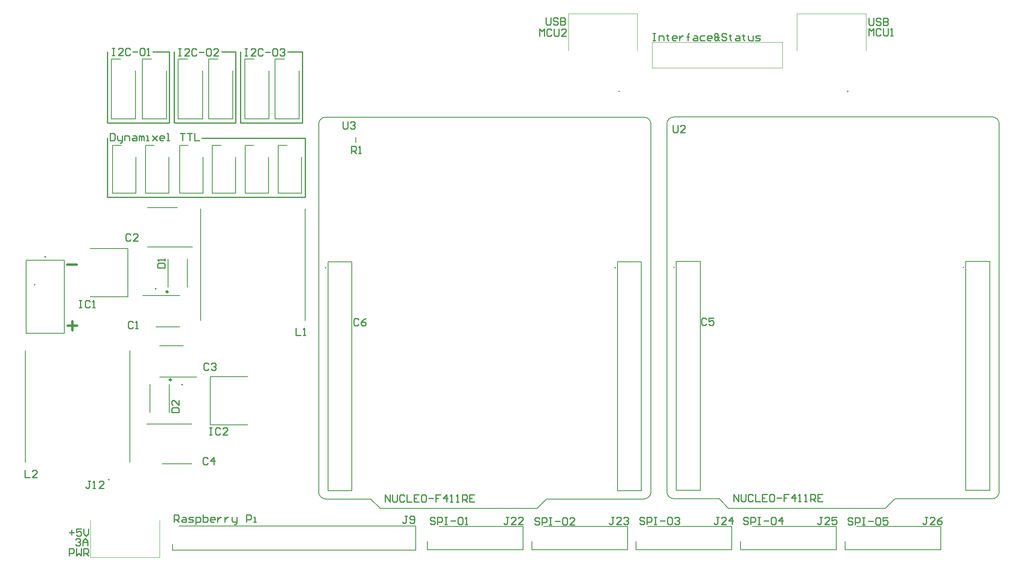
<source format=gto>
G04*
G04 #@! TF.GenerationSoftware,Altium Limited,Altium Designer,21.2.0 (30)*
G04*
G04 Layer_Color=65535*
%FSLAX44Y44*%
%MOMM*%
G71*
G04*
G04 #@! TF.SameCoordinates,3F68380A-C471-43A9-BBDE-A44CCE961C07*
G04*
G04*
G04 #@! TF.FilePolarity,Positive*
G04*
G01*
G75*
%ADD10C,0.2000*%
%ADD11C,0.1270*%
%ADD12C,0.4000*%
%ADD13C,0.1000*%
%ADD14C,0.2540*%
%ADD15C,0.5000*%
D10*
X1387000Y613100D02*
G03*
X1387000Y613100I-1000J0D01*
G01*
X1996600D02*
G03*
X1996600Y613100I-1000J0D01*
G01*
X295910Y568250D02*
G03*
X295910Y568250I-1260J0D01*
G01*
X62950Y635500D02*
G03*
X62950Y635500I-1000J0D01*
G01*
X40725Y576400D02*
G03*
X40725Y576400I-1000J0D01*
G01*
X1270600Y985400D02*
G03*
X1270600Y983400I0J-1000D01*
G01*
D02*
G03*
X1270600Y985400I0J1000D01*
G01*
X351610Y365750D02*
G03*
X351610Y365750I-1260J0D01*
G01*
X1263300Y612600D02*
G03*
X1263300Y612600I-1000J0D01*
G01*
X653700D02*
G03*
X653700Y612600I-1000J0D01*
G01*
X1752000Y983400D02*
G03*
X1752000Y985400I0J1000D01*
G01*
D02*
G03*
X1752000Y983400I0J-1000D01*
G01*
X195700Y164600D02*
G03*
X195700Y166600I0J1000D01*
G01*
D02*
G03*
X195700Y164600I0J-1000D01*
G01*
X235540Y551200D02*
Y652800D01*
X156700D02*
X235540D01*
X156700Y551200D02*
X235540D01*
X409460Y382800D02*
X488300D01*
X409460Y281200D02*
X488300D01*
X409460D02*
Y382800D01*
X716000Y876750D02*
Y887250D01*
X1306500Y18000D02*
Y36000D01*
Y18000D02*
X1508000D01*
Y67000D01*
X1331000D02*
X1508000D01*
X891000D02*
X1068000D01*
Y18000D02*
Y67000D01*
X866500Y18000D02*
X1068000D01*
X866500D02*
Y36000D01*
X1771000Y67000D02*
X1948000D01*
Y18000D02*
Y67000D01*
X1746500Y18000D02*
X1948000D01*
X1746500D02*
Y36000D01*
X1551000Y67000D02*
X1728000D01*
Y18000D02*
Y67000D01*
X1526500Y18000D02*
X1728000D01*
X1526500D02*
Y36000D01*
X1111000Y67000D02*
X1288000D01*
Y18000D02*
Y67000D01*
X1086500Y18000D02*
X1288000D01*
X1086500D02*
Y36000D01*
X597000Y926000D02*
Y1028000D01*
X546000Y926000D02*
X597000D01*
X546000D02*
Y1052500D01*
X566000D01*
X329900Y17200D02*
Y30000D01*
Y17200D02*
X841900D01*
Y68200D01*
X344600D02*
X841900D01*
X252000Y926000D02*
Y1028000D01*
X201000Y926000D02*
X252000D01*
X201000D02*
Y1052500D01*
X221000D01*
X253000Y769500D02*
Y846000D01*
X204000Y769500D02*
X253000D01*
X204000D02*
Y870500D01*
X222000D01*
X317000Y926000D02*
Y1028000D01*
X266000Y926000D02*
X317000D01*
X266000D02*
Y1052500D01*
X286000D01*
X322000Y769500D02*
Y846000D01*
X273000Y769500D02*
X322000D01*
X273000D02*
Y870500D01*
X291000D01*
X393000Y926000D02*
Y1028000D01*
X342000Y926000D02*
X393000D01*
X342000D02*
Y1052500D01*
X362000D01*
X394000Y769500D02*
Y846000D01*
X345000Y769500D02*
X394000D01*
X345000D02*
Y870500D01*
X363000D01*
X463000Y769500D02*
Y846000D01*
X414000Y769500D02*
X463000D01*
X414000D02*
Y870500D01*
X432000D01*
X532000Y769500D02*
Y846000D01*
X483000Y769500D02*
X532000D01*
X483000D02*
Y870500D01*
X501000D01*
X457000Y926000D02*
Y1028000D01*
X406000Y926000D02*
X457000D01*
X406000D02*
Y1052500D01*
X426000D01*
X533000Y926000D02*
Y1028000D01*
X482000Y926000D02*
X533000D01*
X482000D02*
Y1052500D01*
X502000D01*
X553000Y870500D02*
X571000D01*
X553000Y769500D02*
Y870500D01*
Y769500D02*
X602000D01*
Y846000D01*
X240000Y202500D02*
Y437500D01*
X20000Y202500D02*
Y437500D01*
X282550Y307340D02*
Y366960D01*
X323050Y307340D02*
Y366960D01*
X308250Y199500D02*
X370500D01*
X275750Y282500D02*
X370500D01*
X303000Y448000D02*
X352500D01*
X303000Y382000D02*
X380750D01*
X295500Y488000D02*
X345000D01*
X267250Y554000D02*
X345000D01*
X320750Y571220D02*
Y630840D01*
X361250Y571220D02*
Y630840D01*
X609000Y501500D02*
Y736500D01*
X389000Y501500D02*
Y736500D01*
X277500Y656500D02*
X372250D01*
X277500Y739500D02*
X339750D01*
D11*
X1386000Y930500D02*
G03*
X1371000Y915500I0J-15000D01*
G01*
X2071000D02*
G03*
X2056000Y930500I-15000J0D01*
G01*
Y125500D02*
G03*
X2071000Y140500I0J15000D01*
G01*
X1371000D02*
G03*
X1386000Y125500I15000J0D01*
G01*
X637700Y140000D02*
G03*
X652700Y125000I15000J0D01*
G01*
X1322700D02*
G03*
X1337700Y140000I0J15000D01*
G01*
Y915000D02*
G03*
X1322700Y930000I-15000J0D01*
G01*
X652700D02*
G03*
X637700Y915000I0J-15000D01*
G01*
X1371000Y140500D02*
Y915500D01*
X1386000Y930500D02*
X2056000D01*
X2071000Y140500D02*
Y915500D01*
X1851000Y125500D02*
X2056000D01*
X1831000Y105500D02*
X1851000Y125500D01*
X1501000Y105500D02*
X1831000D01*
X1481000Y125500D02*
X1501000Y105500D01*
X1386000Y125500D02*
X1481000D01*
X2000800Y143200D02*
Y625800D01*
Y143200D02*
X2050800D01*
Y625800D01*
X2000800D02*
X2050800D01*
X1391200Y143200D02*
Y625800D01*
Y143200D02*
X1441200D01*
Y625800D01*
X1391200D02*
X1441200D01*
X21950Y628000D02*
X101950D01*
X21950Y474000D02*
Y628000D01*
Y474000D02*
X101950D01*
Y628000D01*
X657900Y625300D02*
X707900D01*
Y142700D02*
Y625300D01*
X657900Y142700D02*
X707900D01*
X657900D02*
Y625300D01*
X1267500D02*
X1317500D01*
Y142700D02*
Y625300D01*
X1267500Y142700D02*
X1317500D01*
X1267500D02*
Y625300D01*
X652700Y125000D02*
X747700D01*
X767700Y105000D01*
X1097700D01*
X1117700Y125000D01*
X1322700D01*
X1337700Y140000D02*
Y915000D01*
X652700Y930000D02*
X1322700D01*
X637700Y140000D02*
Y915000D01*
D12*
X326946Y376350D02*
G03*
X326946Y376350I-1636J0D01*
G01*
X320126Y561830D02*
G03*
X320126Y561830I-1636J0D01*
G01*
D13*
X1308800Y1070400D02*
Y1147800D01*
X1163800D02*
X1308800D01*
X1163800Y1070400D02*
Y1147800D01*
X1340000Y1033500D02*
Y1088500D01*
Y1033500D02*
X1614000D01*
Y1088500D01*
X1340000D02*
X1614000D01*
X1645200Y1070400D02*
Y1147800D01*
X1790200D01*
Y1070400D02*
Y1147800D01*
X157500Y2200D02*
Y79600D01*
Y2200D02*
X302500D01*
Y79600D01*
D14*
X193000Y918000D02*
Y1068000D01*
Y761000D02*
Y886000D01*
Y918000D02*
X323000D01*
X288000Y1068000D02*
X323000D01*
Y918000D02*
Y1068000D01*
X333000Y918000D02*
Y1068000D01*
X572000D02*
X603000D01*
Y918000D02*
Y1068000D01*
X433000D02*
X463000D01*
Y918000D02*
Y1068000D01*
X473000Y918000D02*
Y1068000D01*
X193000Y761000D02*
X609000D01*
X333000Y918000D02*
X463000D01*
X392000Y886000D02*
X609000D01*
X473000Y918000D02*
X603000D01*
X609000Y761000D02*
Y886000D01*
X1511450Y119220D02*
Y134455D01*
X1521607Y119220D01*
Y134455D01*
X1526685D02*
Y121759D01*
X1529224Y119220D01*
X1534303D01*
X1536842Y121759D01*
Y134455D01*
X1552077Y131916D02*
X1549538Y134455D01*
X1544459D01*
X1541920Y131916D01*
Y121759D01*
X1544459Y119220D01*
X1549538D01*
X1552077Y121759D01*
X1557155Y134455D02*
Y119220D01*
X1567312D01*
X1582547Y134455D02*
X1572390D01*
Y119220D01*
X1582547D01*
X1572390Y126838D02*
X1577469D01*
X1595243Y134455D02*
X1590165D01*
X1587625Y131916D01*
Y121759D01*
X1590165Y119220D01*
X1595243D01*
X1597782Y121759D01*
Y131916D01*
X1595243Y134455D01*
X1602860Y126838D02*
X1613017D01*
X1628252Y134455D02*
X1618096D01*
Y126838D01*
X1623174D01*
X1618096D01*
Y119220D01*
X1640948D02*
Y134455D01*
X1633331Y126838D01*
X1643487D01*
X1648566Y119220D02*
X1653644D01*
X1651105D01*
Y134455D01*
X1648566Y131916D01*
X1661261Y119220D02*
X1666340D01*
X1663801D01*
Y134455D01*
X1661261Y131916D01*
X1673957Y119220D02*
Y134455D01*
X1681575D01*
X1684114Y131916D01*
Y126838D01*
X1681575Y124298D01*
X1673957D01*
X1679036D02*
X1684114Y119220D01*
X1699349Y134455D02*
X1689193D01*
Y119220D01*
X1699349D01*
X1689193Y126838D02*
X1694271D01*
X1796540Y1138775D02*
Y1126079D01*
X1799079Y1123540D01*
X1804158D01*
X1806697Y1126079D01*
Y1138775D01*
X1821932Y1136236D02*
X1819393Y1138775D01*
X1814314D01*
X1811775Y1136236D01*
Y1133697D01*
X1814314Y1131158D01*
X1819393D01*
X1821932Y1128618D01*
Y1126079D01*
X1819393Y1123540D01*
X1814314D01*
X1811775Y1126079D01*
X1827010Y1138775D02*
Y1123540D01*
X1834628D01*
X1837167Y1126079D01*
Y1128618D01*
X1834628Y1131158D01*
X1827010D01*
X1834628D01*
X1837167Y1133697D01*
Y1136236D01*
X1834628Y1138775D01*
X1827010D01*
X1796540Y1101540D02*
Y1116775D01*
X1801618Y1111697D01*
X1806697Y1116775D01*
Y1101540D01*
X1821932Y1114236D02*
X1819393Y1116775D01*
X1814314D01*
X1811775Y1114236D01*
Y1104079D01*
X1814314Y1101540D01*
X1819393D01*
X1821932Y1104079D01*
X1827010Y1116775D02*
Y1104079D01*
X1829549Y1101540D01*
X1834628D01*
X1837167Y1104079D01*
Y1116775D01*
X1842245Y1101540D02*
X1847324D01*
X1844784D01*
Y1116775D01*
X1842245Y1114236D01*
X1102540Y1100540D02*
Y1115775D01*
X1107618Y1110697D01*
X1112697Y1115775D01*
Y1100540D01*
X1127932Y1113236D02*
X1125393Y1115775D01*
X1120314D01*
X1117775Y1113236D01*
Y1103079D01*
X1120314Y1100540D01*
X1125393D01*
X1127932Y1103079D01*
X1133010Y1115775D02*
Y1103079D01*
X1135549Y1100540D01*
X1140628D01*
X1143167Y1103079D01*
Y1115775D01*
X1158402Y1100540D02*
X1148245D01*
X1158402Y1110697D01*
Y1113236D01*
X1155863Y1115775D01*
X1150784D01*
X1148245Y1113236D01*
X1116540Y1139775D02*
Y1127079D01*
X1119079Y1124540D01*
X1124157D01*
X1126697Y1127079D01*
Y1139775D01*
X1141932Y1137236D02*
X1139393Y1139775D01*
X1134314D01*
X1131775Y1137236D01*
Y1134697D01*
X1134314Y1132158D01*
X1139393D01*
X1141932Y1129618D01*
Y1127079D01*
X1139393Y1124540D01*
X1134314D01*
X1131775Y1127079D01*
X1147010Y1139775D02*
Y1124540D01*
X1154628D01*
X1157167Y1127079D01*
Y1129618D01*
X1154628Y1132158D01*
X1147010D01*
X1154628D01*
X1157167Y1134697D01*
Y1137236D01*
X1154628Y1139775D01*
X1147010D01*
X778151Y118720D02*
Y133955D01*
X788308Y118720D01*
Y133955D01*
X793386D02*
Y121259D01*
X795925Y118720D01*
X801003D01*
X803543Y121259D01*
Y133955D01*
X818778Y131416D02*
X816239Y133955D01*
X811160D01*
X808621Y131416D01*
Y121259D01*
X811160Y118720D01*
X816239D01*
X818778Y121259D01*
X823856Y133955D02*
Y118720D01*
X834013D01*
X849248Y133955D02*
X839091D01*
Y118720D01*
X849248D01*
X839091Y126337D02*
X844170D01*
X861944Y133955D02*
X856865D01*
X854326Y131416D01*
Y121259D01*
X856865Y118720D01*
X861944D01*
X864483Y121259D01*
Y131416D01*
X861944Y133955D01*
X869561Y126337D02*
X879718D01*
X894953Y133955D02*
X884796D01*
Y126337D01*
X889875D01*
X884796D01*
Y118720D01*
X907649D02*
Y133955D01*
X900032Y126337D01*
X910188D01*
X915267Y118720D02*
X920345D01*
X917806D01*
Y133955D01*
X915267Y131416D01*
X927962Y118720D02*
X933041D01*
X930502D01*
Y133955D01*
X927962Y131416D01*
X940658Y118720D02*
Y133955D01*
X948276D01*
X950815Y131416D01*
Y126337D01*
X948276Y123798D01*
X940658D01*
X945737D02*
X950815Y118720D01*
X966050Y133955D02*
X955893D01*
Y118720D01*
X966050D01*
X955893Y126337D02*
X960972D01*
X1762697Y83236D02*
X1760157Y85775D01*
X1755079D01*
X1752540Y83236D01*
Y80697D01*
X1755079Y78158D01*
X1760157D01*
X1762697Y75618D01*
Y73079D01*
X1760157Y70540D01*
X1755079D01*
X1752540Y73079D01*
X1767775Y70540D02*
Y85775D01*
X1775393D01*
X1777932Y83236D01*
Y78158D01*
X1775393Y75618D01*
X1767775D01*
X1783010Y85775D02*
X1788089D01*
X1785549D01*
Y70540D01*
X1783010D01*
X1788089D01*
X1795706Y78158D02*
X1805863D01*
X1810941Y83236D02*
X1813480Y85775D01*
X1818559D01*
X1821098Y83236D01*
Y73079D01*
X1818559Y70540D01*
X1813480D01*
X1810941Y73079D01*
Y83236D01*
X1836333Y85775D02*
X1826176D01*
Y78158D01*
X1831254Y80697D01*
X1833794D01*
X1836333Y78158D01*
Y73079D01*
X1833794Y70540D01*
X1828715D01*
X1826176Y73079D01*
X1542697Y84236D02*
X1540157Y86775D01*
X1535079D01*
X1532540Y84236D01*
Y81697D01*
X1535079Y79158D01*
X1540157D01*
X1542697Y76618D01*
Y74079D01*
X1540157Y71540D01*
X1535079D01*
X1532540Y74079D01*
X1547775Y71540D02*
Y86775D01*
X1555393D01*
X1557932Y84236D01*
Y79158D01*
X1555393Y76618D01*
X1547775D01*
X1563010Y86775D02*
X1568089D01*
X1565549D01*
Y71540D01*
X1563010D01*
X1568089D01*
X1575706Y79158D02*
X1585863D01*
X1590941Y84236D02*
X1593480Y86775D01*
X1598559D01*
X1601098Y84236D01*
Y74079D01*
X1598559Y71540D01*
X1593480D01*
X1590941Y74079D01*
Y84236D01*
X1613794Y71540D02*
Y86775D01*
X1606176Y79158D01*
X1616333D01*
X1323697Y84236D02*
X1321158Y86775D01*
X1316079D01*
X1313540Y84236D01*
Y81697D01*
X1316079Y79158D01*
X1321158D01*
X1323697Y76618D01*
Y74079D01*
X1321158Y71540D01*
X1316079D01*
X1313540Y74079D01*
X1328775Y71540D02*
Y86775D01*
X1336393D01*
X1338932Y84236D01*
Y79158D01*
X1336393Y76618D01*
X1328775D01*
X1344010Y86775D02*
X1349088D01*
X1346549D01*
Y71540D01*
X1344010D01*
X1349088D01*
X1356706Y79158D02*
X1366863D01*
X1371941Y84236D02*
X1374480Y86775D01*
X1379559D01*
X1382098Y84236D01*
Y74079D01*
X1379559Y71540D01*
X1374480D01*
X1371941Y74079D01*
Y84236D01*
X1387176D02*
X1389715Y86775D01*
X1394794D01*
X1397333Y84236D01*
Y81697D01*
X1394794Y79158D01*
X1392254D01*
X1394794D01*
X1397333Y76618D01*
Y74079D01*
X1394794Y71540D01*
X1389715D01*
X1387176Y74079D01*
X1102697Y83236D02*
X1100157Y85775D01*
X1095079D01*
X1092540Y83236D01*
Y80697D01*
X1095079Y78158D01*
X1100157D01*
X1102697Y75618D01*
Y73079D01*
X1100157Y70540D01*
X1095079D01*
X1092540Y73079D01*
X1107775Y70540D02*
Y85775D01*
X1115393D01*
X1117932Y83236D01*
Y78158D01*
X1115393Y75618D01*
X1107775D01*
X1123010Y85775D02*
X1128089D01*
X1125549D01*
Y70540D01*
X1123010D01*
X1128089D01*
X1135706Y78158D02*
X1145863D01*
X1150941Y83236D02*
X1153480Y85775D01*
X1158559D01*
X1161098Y83236D01*
Y73079D01*
X1158559Y70540D01*
X1153480D01*
X1150941Y73079D01*
Y83236D01*
X1176333Y70540D02*
X1166176D01*
X1176333Y80697D01*
Y83236D01*
X1173794Y85775D01*
X1168715D01*
X1166176Y83236D01*
X882697Y84236D02*
X880157Y86775D01*
X875079D01*
X872540Y84236D01*
Y81697D01*
X875079Y79158D01*
X880157D01*
X882697Y76618D01*
Y74079D01*
X880157Y71540D01*
X875079D01*
X872540Y74079D01*
X887775Y71540D02*
Y86775D01*
X895393D01*
X897932Y84236D01*
Y79158D01*
X895393Y76618D01*
X887775D01*
X903010Y86775D02*
X908089D01*
X905549D01*
Y71540D01*
X903010D01*
X908089D01*
X915706Y79158D02*
X925863D01*
X930941Y84236D02*
X933480Y86775D01*
X938559D01*
X941098Y84236D01*
Y74079D01*
X938559Y71540D01*
X933480D01*
X930941Y74079D01*
Y84236D01*
X946176Y71540D02*
X951255D01*
X948715D01*
Y86775D01*
X946176Y84236D01*
X1341540Y1106775D02*
X1346618D01*
X1344079D01*
Y1091540D01*
X1341540D01*
X1346618D01*
X1354236D02*
Y1101697D01*
X1361853D01*
X1364393Y1099157D01*
Y1091540D01*
X1372010Y1104236D02*
Y1101697D01*
X1369471D01*
X1374549D01*
X1372010D01*
Y1094079D01*
X1374549Y1091540D01*
X1389784D02*
X1384706D01*
X1382167Y1094079D01*
Y1099157D01*
X1384706Y1101697D01*
X1389784D01*
X1392324Y1099157D01*
Y1096618D01*
X1382167D01*
X1397402Y1101697D02*
Y1091540D01*
Y1096618D01*
X1399941Y1099157D01*
X1402480Y1101697D01*
X1405019D01*
X1415176Y1091540D02*
Y1104236D01*
Y1099157D01*
X1412637D01*
X1417715D01*
X1415176D01*
Y1104236D01*
X1417715Y1106775D01*
X1427872Y1101697D02*
X1432950D01*
X1435490Y1099157D01*
Y1091540D01*
X1427872D01*
X1425333Y1094079D01*
X1427872Y1096618D01*
X1435490D01*
X1450725Y1101697D02*
X1443107D01*
X1440568Y1099157D01*
Y1094079D01*
X1443107Y1091540D01*
X1450725D01*
X1463421D02*
X1458342D01*
X1455803Y1094079D01*
Y1099157D01*
X1458342Y1101697D01*
X1463421D01*
X1465960Y1099157D01*
Y1096618D01*
X1455803D01*
X1481195Y1091540D02*
X1478656Y1094079D01*
X1476116Y1091540D01*
X1473577D01*
X1471038Y1094079D01*
Y1096618D01*
X1473577Y1099157D01*
X1471038Y1101697D01*
Y1104236D01*
X1473577Y1106775D01*
X1476116D01*
X1478656Y1104236D01*
Y1101697D01*
X1476116Y1099157D01*
X1478656Y1096618D01*
Y1094079D01*
X1481195Y1099157D02*
X1478656Y1096618D01*
X1473577Y1099157D02*
X1476116D01*
X1496430Y1104236D02*
X1493891Y1106775D01*
X1488812D01*
X1486273Y1104236D01*
Y1101697D01*
X1488812Y1099157D01*
X1493891D01*
X1496430Y1096618D01*
Y1094079D01*
X1493891Y1091540D01*
X1488812D01*
X1486273Y1094079D01*
X1504047Y1104236D02*
Y1101697D01*
X1501508D01*
X1506587D01*
X1504047D01*
Y1094079D01*
X1506587Y1091540D01*
X1516743Y1101697D02*
X1521822D01*
X1524361Y1099157D01*
Y1091540D01*
X1516743D01*
X1514204Y1094079D01*
X1516743Y1096618D01*
X1524361D01*
X1531978Y1104236D02*
Y1101697D01*
X1529439D01*
X1534518D01*
X1531978D01*
Y1094079D01*
X1534518Y1091540D01*
X1542135Y1101697D02*
Y1094079D01*
X1544674Y1091540D01*
X1552292D01*
Y1101697D01*
X1557370Y1091540D02*
X1564988D01*
X1567527Y1094079D01*
X1564988Y1096618D01*
X1559909D01*
X1557370Y1099157D01*
X1559909Y1101697D01*
X1567527D01*
X202540Y1075775D02*
X207618D01*
X205079D01*
Y1060540D01*
X202540D01*
X207618D01*
X225393D02*
X215236D01*
X225393Y1070697D01*
Y1073236D01*
X222853Y1075775D01*
X217775D01*
X215236Y1073236D01*
X240628D02*
X238088Y1075775D01*
X233010D01*
X230471Y1073236D01*
Y1063079D01*
X233010Y1060540D01*
X238088D01*
X240628Y1063079D01*
X245706Y1068158D02*
X255863D01*
X260941Y1073236D02*
X263480Y1075775D01*
X268559D01*
X271098Y1073236D01*
Y1063079D01*
X268559Y1060540D01*
X263480D01*
X260941Y1063079D01*
Y1073236D01*
X276176Y1060540D02*
X281255D01*
X278715D01*
Y1075775D01*
X276176Y1073236D01*
X198540Y895853D02*
Y880618D01*
X206157D01*
X208697Y883158D01*
Y893314D01*
X206157Y895853D01*
X198540D01*
X213775Y890775D02*
Y883158D01*
X216314Y880618D01*
X223932D01*
Y878079D01*
X221393Y875540D01*
X218853D01*
X223932Y880618D02*
Y890775D01*
X229010Y880618D02*
Y890775D01*
X236628D01*
X239167Y888236D01*
Y880618D01*
X246784Y890775D02*
X251863D01*
X254402Y888236D01*
Y880618D01*
X246784D01*
X244245Y883158D01*
X246784Y885697D01*
X254402D01*
X259480Y880618D02*
Y890775D01*
X262020D01*
X264559Y888236D01*
Y880618D01*
Y888236D01*
X267098Y890775D01*
X269637Y888236D01*
Y880618D01*
X274715D02*
X279794D01*
X277255D01*
Y890775D01*
X274715D01*
X287411D02*
X297568Y880618D01*
X292490Y885697D01*
X297568Y890775D01*
X287411Y880618D01*
X310264D02*
X305186D01*
X302646Y883158D01*
Y888236D01*
X305186Y890775D01*
X310264D01*
X312803Y888236D01*
Y885697D01*
X302646D01*
X317881Y880618D02*
X322960D01*
X320421D01*
Y895853D01*
X317881D01*
X345812D02*
X355969D01*
X350891D01*
Y880618D01*
X361047Y895853D02*
X371204D01*
X366126D01*
Y880618D01*
X376283Y895853D02*
Y880618D01*
X386439D01*
X342540Y1074775D02*
X347618D01*
X345079D01*
Y1059540D01*
X342540D01*
X347618D01*
X365393D02*
X355236D01*
X365393Y1069697D01*
Y1072236D01*
X362853Y1074775D01*
X357775D01*
X355236Y1072236D01*
X380628D02*
X378088Y1074775D01*
X373010D01*
X370471Y1072236D01*
Y1062079D01*
X373010Y1059540D01*
X378088D01*
X380628Y1062079D01*
X385706Y1067158D02*
X395863D01*
X400941Y1072236D02*
X403480Y1074775D01*
X408559D01*
X411098Y1072236D01*
Y1062079D01*
X408559Y1059540D01*
X403480D01*
X400941Y1062079D01*
Y1072236D01*
X426333Y1059540D02*
X416176D01*
X426333Y1069697D01*
Y1072236D01*
X423794Y1074775D01*
X418715D01*
X416176Y1072236D01*
X482540Y1074775D02*
X487618D01*
X485079D01*
Y1059540D01*
X482540D01*
X487618D01*
X505393D02*
X495236D01*
X505393Y1069697D01*
Y1072236D01*
X502853Y1074775D01*
X497775D01*
X495236Y1072236D01*
X520628D02*
X518088Y1074775D01*
X513010D01*
X510471Y1072236D01*
Y1062079D01*
X513010Y1059540D01*
X518088D01*
X520628Y1062079D01*
X525706Y1067158D02*
X535863D01*
X540941Y1072236D02*
X543480Y1074775D01*
X548559D01*
X551098Y1072236D01*
Y1062079D01*
X548559Y1059540D01*
X543480D01*
X540941Y1062079D01*
Y1072236D01*
X556176D02*
X558715Y1074775D01*
X563794D01*
X566333Y1072236D01*
Y1069697D01*
X563794Y1067158D01*
X561255D01*
X563794D01*
X566333Y1064618D01*
Y1062079D01*
X563794Y1059540D01*
X558715D01*
X556176Y1062079D01*
X333540Y76618D02*
Y91853D01*
X341157D01*
X343697Y89314D01*
Y84236D01*
X341157Y81697D01*
X333540D01*
X338618D02*
X343697Y76618D01*
X351314Y86775D02*
X356393D01*
X358932Y84236D01*
Y76618D01*
X351314D01*
X348775Y79158D01*
X351314Y81697D01*
X358932D01*
X364010Y76618D02*
X371628D01*
X374167Y79158D01*
X371628Y81697D01*
X366549D01*
X364010Y84236D01*
X366549Y86775D01*
X374167D01*
X379245Y71540D02*
Y86775D01*
X386863D01*
X389402Y84236D01*
Y79158D01*
X386863Y76618D01*
X379245D01*
X394480Y91853D02*
Y76618D01*
X402098D01*
X404637Y79158D01*
Y81697D01*
Y84236D01*
X402098Y86775D01*
X394480D01*
X417333Y76618D02*
X412254D01*
X409715Y79158D01*
Y84236D01*
X412254Y86775D01*
X417333D01*
X419872Y84236D01*
Y81697D01*
X409715D01*
X424950Y86775D02*
Y76618D01*
Y81697D01*
X427490Y84236D01*
X430029Y86775D01*
X432568D01*
X440186D02*
Y76618D01*
Y81697D01*
X442725Y84236D01*
X445264Y86775D01*
X447803D01*
X455421D02*
Y79158D01*
X457960Y76618D01*
X465577D01*
Y74079D01*
X463038Y71540D01*
X460499D01*
X465577Y76618D02*
Y86775D01*
X485891Y76618D02*
Y91853D01*
X493508D01*
X496047Y89314D01*
Y84236D01*
X493508Y81697D01*
X485891D01*
X501126Y76618D02*
X506204D01*
X503665D01*
Y86775D01*
X501126D01*
X112540Y5540D02*
Y20775D01*
X120157D01*
X122697Y18236D01*
Y13158D01*
X120157Y10618D01*
X112540D01*
X127775Y20775D02*
Y5540D01*
X132853Y10618D01*
X137932Y5540D01*
Y20775D01*
X143010Y5540D02*
Y20775D01*
X150628D01*
X153167Y18236D01*
Y13158D01*
X150628Y10618D01*
X143010D01*
X148089D02*
X153167Y5540D01*
X112540Y54158D02*
X122697D01*
X117618Y59236D02*
Y49079D01*
X137932Y61775D02*
X127775D01*
Y54158D01*
X132853Y56697D01*
X135393D01*
X137932Y54158D01*
Y49079D01*
X135393Y46540D01*
X130314D01*
X127775Y49079D01*
X143010Y61775D02*
Y51618D01*
X148089Y46540D01*
X153167Y51618D01*
Y61775D01*
X125540Y39236D02*
X128079Y41775D01*
X133158D01*
X135697Y39236D01*
Y36697D01*
X133158Y34158D01*
X130618D01*
X133158D01*
X135697Y31618D01*
Y29079D01*
X133158Y26540D01*
X128079D01*
X125540Y29079D01*
X140775Y26540D02*
Y36697D01*
X145853Y41775D01*
X150932Y36697D01*
Y26540D01*
Y34158D01*
X140775D01*
X407956Y275618D02*
X413035D01*
X410495D01*
Y260382D01*
X407956D01*
X413035D01*
X430809Y273078D02*
X428270Y275618D01*
X423191D01*
X420652Y273078D01*
Y262922D01*
X423191Y260382D01*
X428270D01*
X430809Y262922D01*
X446044Y260382D02*
X435887D01*
X446044Y270539D01*
Y273078D01*
X443505Y275618D01*
X438426D01*
X435887Y273078D01*
X689304Y920618D02*
Y907922D01*
X691843Y905383D01*
X696922D01*
X699461Y907922D01*
Y920618D01*
X704539Y918078D02*
X707078Y920618D01*
X712157D01*
X714696Y918078D01*
Y915539D01*
X712157Y913000D01*
X709617D01*
X712157D01*
X714696Y910461D01*
Y907922D01*
X712157Y905383D01*
X707078D01*
X704539Y907922D01*
X1919843Y86617D02*
X1914765D01*
X1917304D01*
Y73922D01*
X1914765Y71382D01*
X1912226D01*
X1909687Y73922D01*
X1935078Y71382D02*
X1924922D01*
X1935078Y81539D01*
Y84078D01*
X1932539Y86617D01*
X1927461D01*
X1924922Y84078D01*
X1950313Y86617D02*
X1945235Y84078D01*
X1940157Y79000D01*
Y73922D01*
X1942696Y71382D01*
X1947774D01*
X1950313Y73922D01*
Y76461D01*
X1947774Y79000D01*
X1940157D01*
X1697843Y86617D02*
X1692765D01*
X1695304D01*
Y73922D01*
X1692765Y71382D01*
X1690226D01*
X1687687Y73922D01*
X1713078Y71382D02*
X1702922D01*
X1713078Y81539D01*
Y84078D01*
X1710539Y86617D01*
X1705461D01*
X1702922Y84078D01*
X1728313Y86617D02*
X1718157D01*
Y79000D01*
X1723235Y81539D01*
X1725774D01*
X1728313Y79000D01*
Y73922D01*
X1725774Y71382D01*
X1720696D01*
X1718157Y73922D01*
X1480843Y86617D02*
X1475765D01*
X1478304D01*
Y73922D01*
X1475765Y71382D01*
X1473226D01*
X1470687Y73922D01*
X1496078Y71382D02*
X1485922D01*
X1496078Y81539D01*
Y84078D01*
X1493539Y86617D01*
X1488461D01*
X1485922Y84078D01*
X1508774Y71382D02*
Y86617D01*
X1501157Y79000D01*
X1511313D01*
X1259843Y86617D02*
X1254765D01*
X1257304D01*
Y73922D01*
X1254765Y71382D01*
X1252226D01*
X1249687Y73922D01*
X1275078Y71382D02*
X1264922D01*
X1275078Y81539D01*
Y84078D01*
X1272539Y86617D01*
X1267461D01*
X1264922Y84078D01*
X1280157D02*
X1282696Y86617D01*
X1287774D01*
X1290313Y84078D01*
Y81539D01*
X1287774Y79000D01*
X1285235D01*
X1287774D01*
X1290313Y76461D01*
Y73922D01*
X1287774Y71382D01*
X1282696D01*
X1280157Y73922D01*
X1037843Y86617D02*
X1032765D01*
X1035304D01*
Y73922D01*
X1032765Y71382D01*
X1030226D01*
X1027687Y73922D01*
X1053078Y71382D02*
X1042922D01*
X1053078Y81539D01*
Y84078D01*
X1050539Y86617D01*
X1045461D01*
X1042922Y84078D01*
X1068314Y71382D02*
X1058157D01*
X1068314Y81539D01*
Y84078D01*
X1065774Y86617D01*
X1060696D01*
X1058157Y84078D01*
X721643Y503170D02*
X719103Y505709D01*
X714025D01*
X711486Y503170D01*
Y493013D01*
X714025Y490474D01*
X719103D01*
X721643Y493013D01*
X736878Y505709D02*
X731799Y503170D01*
X726721Y498092D01*
Y493013D01*
X729260Y490474D01*
X734339D01*
X736878Y493013D01*
Y495552D01*
X734339Y498092D01*
X726721D01*
X1454433Y504186D02*
X1451893Y506725D01*
X1446815D01*
X1444276Y504186D01*
Y494029D01*
X1446815Y491490D01*
X1451893D01*
X1454433Y494029D01*
X1469668Y506725D02*
X1459511D01*
Y499108D01*
X1464589Y501647D01*
X1467129D01*
X1469668Y499108D01*
Y494029D01*
X1467129Y491490D01*
X1462050D01*
X1459511Y494029D01*
X328182Y307484D02*
X343418D01*
Y315102D01*
X340878Y317641D01*
X330722D01*
X328182Y315102D01*
Y307484D01*
X343418Y332876D02*
Y322719D01*
X333261Y332876D01*
X330722D01*
X328182Y330337D01*
Y325258D01*
X330722Y322719D01*
X298382Y611843D02*
X313617D01*
Y619461D01*
X311078Y622000D01*
X300922D01*
X298382Y619461D01*
Y611843D01*
X313617Y627078D02*
Y632157D01*
Y629618D01*
X298382D01*
X300922Y627078D01*
X1384304Y912617D02*
Y899922D01*
X1386843Y897383D01*
X1391922D01*
X1394461Y899922D01*
Y912617D01*
X1409696Y897383D02*
X1399539D01*
X1409696Y907539D01*
Y910078D01*
X1407157Y912617D01*
X1402078D01*
X1399539Y910078D01*
X706843Y853382D02*
Y868617D01*
X714461D01*
X717000Y866078D01*
Y861000D01*
X714461Y858461D01*
X706843D01*
X711922D02*
X717000Y853382D01*
X722078D02*
X727157D01*
X724617D01*
Y868617D01*
X722078Y866078D01*
X19304Y185618D02*
Y170382D01*
X29461D01*
X44696D02*
X34539D01*
X44696Y180539D01*
Y183078D01*
X42157Y185618D01*
X37078D01*
X34539Y183078D01*
X589843Y485617D02*
Y470382D01*
X600000D01*
X605078D02*
X610157D01*
X607618D01*
Y485617D01*
X605078Y483078D01*
X156813Y162617D02*
X151735D01*
X154274D01*
Y149922D01*
X151735Y147382D01*
X149195D01*
X146656Y149922D01*
X161891Y147382D02*
X166970D01*
X164430D01*
Y162617D01*
X161891Y160078D01*
X184744Y147382D02*
X174587D01*
X184744Y157539D01*
Y160078D01*
X182205Y162617D01*
X177126D01*
X174587Y160078D01*
X824461Y88617D02*
X819382D01*
X821922D01*
Y75922D01*
X819382Y73383D01*
X816843D01*
X814304Y75922D01*
X829539D02*
X832078Y73383D01*
X837157D01*
X839696Y75922D01*
Y86078D01*
X837157Y88617D01*
X832078D01*
X829539Y86078D01*
Y83539D01*
X832078Y81000D01*
X839696D01*
X133495Y543618D02*
X138574D01*
X136035D01*
Y528382D01*
X133495D01*
X138574D01*
X156348Y541078D02*
X153809Y543618D01*
X148730D01*
X146191Y541078D01*
Y530922D01*
X148730Y528382D01*
X153809D01*
X156348Y530922D01*
X161426Y528382D02*
X166505D01*
X163965D01*
Y543618D01*
X161426Y541078D01*
X404461Y210078D02*
X401922Y212617D01*
X396843D01*
X394304Y210078D01*
Y199922D01*
X396843Y197383D01*
X401922D01*
X404461Y199922D01*
X417157Y197383D02*
Y212617D01*
X409539Y205000D01*
X419696D01*
X406461Y409078D02*
X403922Y411618D01*
X398843D01*
X396304Y409078D01*
Y398922D01*
X398843Y396382D01*
X403922D01*
X406461Y398922D01*
X411539Y409078D02*
X414078Y411618D01*
X419157D01*
X421696Y409078D01*
Y406539D01*
X419157Y404000D01*
X416618D01*
X419157D01*
X421696Y401461D01*
Y398922D01*
X419157Y396382D01*
X414078D01*
X411539Y398922D01*
X241461Y682078D02*
X238922Y684617D01*
X233843D01*
X231304Y682078D01*
Y671922D01*
X233843Y669382D01*
X238922D01*
X241461Y671922D01*
X256696Y669382D02*
X246539D01*
X256696Y679539D01*
Y682078D01*
X254157Y684617D01*
X249078D01*
X246539Y682078D01*
X247000Y497078D02*
X244461Y499618D01*
X239382D01*
X236843Y497078D01*
Y486922D01*
X239382Y484383D01*
X244461D01*
X247000Y486922D01*
X252078Y484383D02*
X257157D01*
X254618D01*
Y499618D01*
X252078Y497078D01*
D15*
X128000Y619000D02*
X108006D01*
X119003Y480000D02*
Y499994D01*
X109007Y489997D02*
X129000D01*
M02*

</source>
